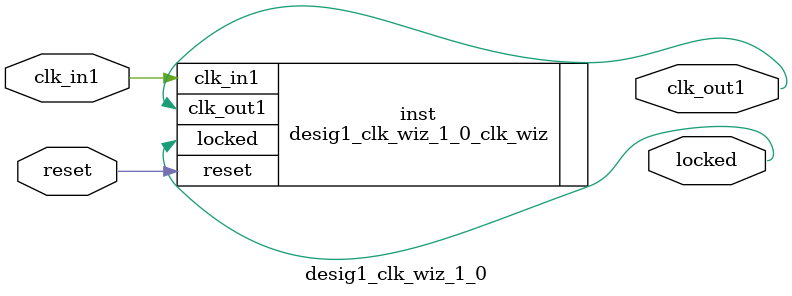
<source format=v>


`timescale 1ps/1ps

(* CORE_GENERATION_INFO = "desig1_clk_wiz_1_0,clk_wiz_v5_3_3_0,{component_name=desig1_clk_wiz_1_0,use_phase_alignment=true,use_min_o_jitter=false,use_max_i_jitter=false,use_dyn_phase_shift=false,use_inclk_switchover=false,use_dyn_reconfig=false,enable_axi=0,feedback_source=FDBK_AUTO,PRIMITIVE=MMCM,num_out_clk=1,clkin1_period=10.0,clkin2_period=10.0,use_power_down=false,use_reset=true,use_locked=true,use_inclk_stopped=false,feedback_type=SINGLE,CLOCK_MGR_TYPE=NA,manual_override=false}" *)

module desig1_clk_wiz_1_0 
 (
  // Clock out ports
  output        clk_out1,
  // Status and control signals
  input         reset,
  output        locked,
 // Clock in ports
  input         clk_in1
 );

  desig1_clk_wiz_1_0_clk_wiz inst
  (
  // Clock out ports  
  .clk_out1(clk_out1),
  // Status and control signals               
  .reset(reset), 
  .locked(locked),
 // Clock in ports
  .clk_in1(clk_in1)
  );

endmodule

</source>
